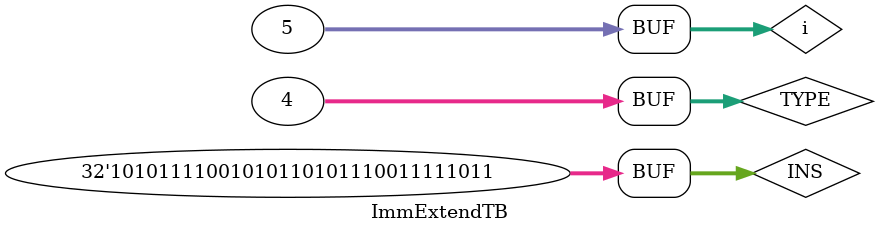
<source format=v>
`timescale 1ns / 100ps

module ImmExtendTB;
    reg [31:0] INS;
    reg [31:0] TYPE;
    wire [31:0]  IMM_EXT;

    integer i;

    ImmExtend UUT (INS,TYPE,IMM_EXT);

    initial begin
        INS = 32'b10101111001010110101110011111011; // 
        for (i=0; i<5; i=i+1) begin
            TYPE = i; 
            #20;
        end
    end

endmodule
</source>
